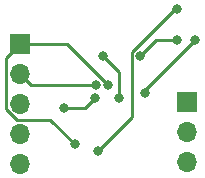
<source format=gbr>
%TF.GenerationSoftware,KiCad,Pcbnew,7.0.1-0*%
%TF.CreationDate,2023-04-11T15:49:42+08:00*%
%TF.ProjectId,firstproject,66697273-7470-4726-9f6a-6563742e6b69,rev?*%
%TF.SameCoordinates,Original*%
%TF.FileFunction,Copper,L2,Bot*%
%TF.FilePolarity,Positive*%
%FSLAX46Y46*%
G04 Gerber Fmt 4.6, Leading zero omitted, Abs format (unit mm)*
G04 Created by KiCad (PCBNEW 7.0.1-0) date 2023-04-11 15:49:42*
%MOMM*%
%LPD*%
G01*
G04 APERTURE LIST*
%TA.AperFunction,ComponentPad*%
%ADD10R,1.700000X1.700000*%
%TD*%
%TA.AperFunction,ComponentPad*%
%ADD11O,1.700000X1.700000*%
%TD*%
%TA.AperFunction,ViaPad*%
%ADD12C,0.800000*%
%TD*%
%TA.AperFunction,Conductor*%
%ADD13C,0.250000*%
%TD*%
G04 APERTURE END LIST*
D10*
%TO.P,J1,1,Pin_1*%
%TO.N,VCC*%
X136017000Y-93853000D03*
D11*
%TO.P,J1,2,Pin_2*%
%TO.N,MODE*%
X136017000Y-96393000D03*
%TO.P,J1,3,Pin_3*%
%TO.N,GND*%
X136017000Y-98933000D03*
%TD*%
D10*
%TO.P,J2,1,Pin_1*%
%TO.N,TRIG*%
X121920000Y-88900000D03*
D11*
%TO.P,J2,2,Pin_2*%
%TO.N,AUDIO*%
X121920000Y-91440000D03*
%TO.P,J2,3,Pin_3*%
%TO.N,GA2*%
X121920000Y-93980000D03*
%TO.P,J2,4,Pin_4*%
%TO.N,GA1*%
X121920000Y-96520000D03*
%TO.P,J2,5,Pin_5*%
%TO.N,GND*%
X121920000Y-99060000D03*
%TD*%
D12*
%TO.N,MODE*%
X128905000Y-89916000D03*
X130302000Y-93483000D03*
%TO.N,GND*%
X136753600Y-88544400D03*
X132461000Y-93035000D03*
%TO.N,Net-(D1-A)*%
X135229600Y-88544400D03*
X132080000Y-89916000D03*
%TO.N,Net-(D2-K)*%
X135204000Y-85929000D03*
X128473200Y-97979900D03*
%TO.N,TRIG*%
X129321503Y-92383000D03*
X126517400Y-97383600D03*
%TO.N,AUDIO*%
X128322000Y-92383000D03*
%TO.N,GA2*%
X125604000Y-94318000D03*
X128272000Y-93483000D03*
%TD*%
D13*
%TO.N,MODE*%
X130302000Y-91313000D02*
X128905000Y-89916000D01*
X130302000Y-93483000D02*
X130302000Y-91313000D01*
%TO.N,GND*%
X136753600Y-88544400D02*
X132461000Y-92837000D01*
X132461000Y-92837000D02*
X132461000Y-93035000D01*
%TO.N,Net-(D1-A)*%
X135229600Y-88544400D02*
X133451600Y-88544400D01*
X133451600Y-88544400D02*
X132080000Y-89916000D01*
%TO.N,Net-(D2-K)*%
X131355000Y-95098100D02*
X131355000Y-89615695D01*
X131355000Y-89615695D02*
X135041695Y-85929000D01*
X135041695Y-85929000D02*
X135204000Y-85929000D01*
X128473200Y-97979900D02*
X131355000Y-95098100D01*
%TO.N,TRIG*%
X120745000Y-90075000D02*
X120745000Y-94466701D01*
X124478800Y-95345000D02*
X126517400Y-97383600D01*
X121920000Y-88900000D02*
X125864305Y-88900000D01*
X121920000Y-88900000D02*
X120745000Y-90075000D01*
X121623299Y-95345000D02*
X124478800Y-95345000D01*
X129321503Y-92357198D02*
X129321503Y-92383000D01*
X125864305Y-88900000D02*
X129321503Y-92357198D01*
X120745000Y-94466701D02*
X121623299Y-95345000D01*
%TO.N,AUDIO*%
X122863000Y-92383000D02*
X128322000Y-92383000D01*
X121920000Y-91440000D02*
X122863000Y-92383000D01*
%TO.N,GA2*%
X127437000Y-94318000D02*
X128272000Y-93483000D01*
X125604000Y-94318000D02*
X127437000Y-94318000D01*
%TD*%
M02*

</source>
